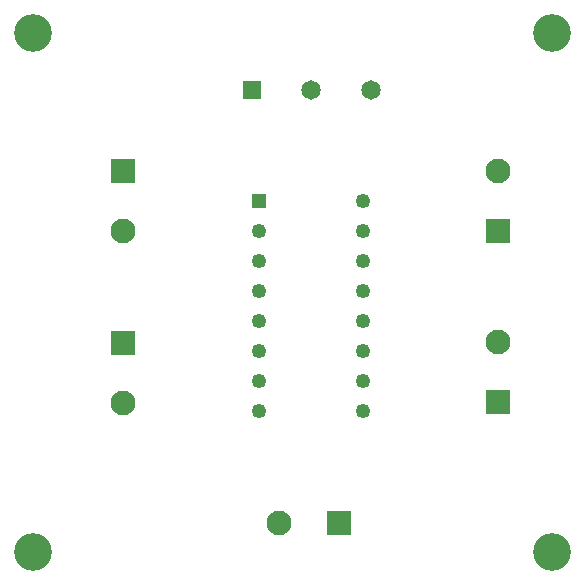
<source format=gtl>
G04*
G04 #@! TF.GenerationSoftware,Altium Limited,Altium Designer,19.0.15 (446)*
G04*
G04 Layer_Physical_Order=1*
G04 Layer_Color=255*
%FSLAX44Y44*%
%MOMM*%
G71*
G01*
G75*
%ADD10C,2.1000*%
%ADD11R,2.1000X2.1000*%
%ADD12R,2.1000X2.1000*%
%ADD13R,1.6500X1.6500*%
%ADD14C,1.6500*%
%ADD15C,3.2000*%
%ADD16C,1.2500*%
%ADD17R,1.2500X1.2500*%
D10*
X106680Y302260D02*
D03*
X238760Y54610D02*
D03*
X424180Y208280D02*
D03*
X106680Y156210D02*
D03*
X424180Y353060D02*
D03*
D11*
X106680D02*
D03*
X424180Y157480D02*
D03*
X106680Y207010D02*
D03*
X424180Y302260D02*
D03*
D12*
X289560Y54610D02*
D03*
D13*
X215900Y421640D02*
D03*
D14*
X265900D02*
D03*
X315900D02*
D03*
D15*
X469900Y30000D02*
D03*
X30000D02*
D03*
X469900Y469900D02*
D03*
X30000D02*
D03*
D16*
X309430Y327660D02*
D03*
Y302260D02*
D03*
Y276860D02*
D03*
Y251460D02*
D03*
Y226060D02*
D03*
Y200660D02*
D03*
Y175260D02*
D03*
Y149860D02*
D03*
X221430D02*
D03*
Y175260D02*
D03*
Y200660D02*
D03*
Y226060D02*
D03*
Y251460D02*
D03*
Y276860D02*
D03*
Y302260D02*
D03*
D17*
Y327660D02*
D03*
M02*

</source>
